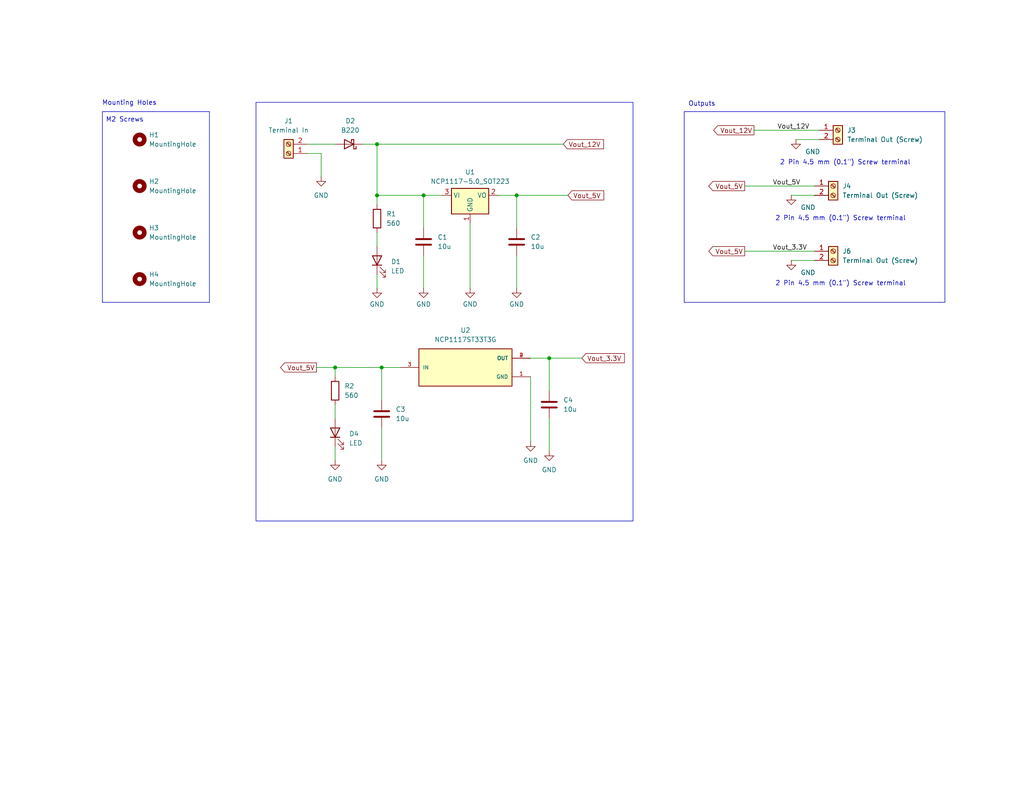
<source format=kicad_sch>
(kicad_sch (version 20231120) (generator "eeschema") (generator_version "8.0")
  (paper "USLetter")
  (title_block (title "VoltageRegulator.kidcad_sch") (rev "tbd") (company "Oregon State University") (comment 1 "Author: Andrew Gondoputro"))
  (lib_symbols
    (symbol "Connector:Screw_Terminal_01x02" (pin_names (offset 1.016) hide)
      (property "Reference" "J" (at 0 2.54 0))
      (property "Value" "Screw_Terminal_01x02" (at 0 -5.08 0))
      (symbol "Screw_Terminal_01x02_1_1"
        (rectangle (start -1.27 1.27) (end 1.27 -3.81) (stroke (width 0.254)) (fill (type background)))
        (circle (center 0 -2.54) (radius 0.635) (stroke (width 0.1524)))
        (polyline (pts (xy -0.5334 -2.2098) (xy 0.3302 -3.048)) (stroke (width 0.1524)))
        (polyline (pts (xy -0.5334 0.3302) (xy 0.3302 -0.508)) (stroke (width 0.1524)))
        (polyline (pts (xy -0.3556 -2.032) (xy 0.508 -2.8702)) (stroke (width 0.1524)))
        (polyline (pts (xy -0.3556 0.508) (xy 0.508 -0.3302)) (stroke (width 0.1524)))
        (circle (center 0 0) (radius 0.635) (stroke (width 0.1524)))
        (pin passive line (at -5.08 0 0) (length 3.81) (name "Pin_1") (number "1"))
        (pin passive line (at -5.08 -2.54 0) (length 3.81) (name "Pin_2") (number "2"))
      )
    )
    (symbol "Device:C" (pin_numbers hide) (pin_names (offset 0.254))
      (property "Reference" "C" (at 0.635 2.54 0))
      (property "Value" "C" (at 0.635 -2.54 0))
      (symbol "C_0_1"
        (polyline (pts (xy -2.032 -0.762) (xy 2.032 -0.762)) (stroke (width 0.508)))
        (polyline (pts (xy -2.032 0.762) (xy 2.032 0.762)) (stroke (width 0.508)))
      )
      (symbol "C_1_1"
        (pin passive line (at 0 3.81 270) (length 2.794) (name "~") (number "1"))
        (pin passive line (at 0 -3.81 90) (length 2.794) (name "~") (number "2"))
      )
    )
    (symbol "Device:D_Schottky" (pin_numbers hide) (pin_names (offset 1.016) hide)
      (property "Reference" "D" (at 0 2.54 0))
      (property "Value" "D_Schottky" (at 0 -2.54 0))
      (symbol "D_Schottky_0_1"
        (polyline (pts (xy 1.27 0) (xy -1.27 0)))
        (polyline (pts (xy 1.27 1.27) (xy 1.27 -1.27) (xy -1.27 0) (xy 1.27 1.27)) (stroke (width 0.254)))
        (polyline (pts (xy -1.905 0.635) (xy -1.905 1.27) (xy -1.27 1.27) (xy -1.27 -1.27) (xy -0.635 -1.27) (xy -0.635 -0.635)) (stroke (width 0.254)))
      )
      (symbol "D_Schottky_1_1"
        (pin passive line (at -3.81 0 0) (length 2.54) (name "K") (number "1"))
        (pin passive line (at 3.81 0 180) (length 2.54) (name "A") (number "2"))
      )
    )
    (symbol "Device:LED" (pin_numbers hide) (pin_names (offset 1.016) hide)
      (property "Reference" "D" (at 0 2.54 0))
      (property "Value" "LED" (at 0 -2.54 0))
      (symbol "LED_0_1"
        (polyline (pts (xy -1.27 -1.27) (xy -1.27 1.27)) (stroke (width 0.254)))
        (polyline (pts (xy -1.27 0) (xy 1.27 0)))
        (polyline (pts (xy 1.27 -1.27) (xy 1.27 1.27) (xy -1.27 0) (xy 1.27 -1.27)) (stroke (width 0.254)))
        (polyline (pts (xy -3.048 -0.762) (xy -4.572 -2.286) (xy -3.81 -2.286) (xy -4.572 -2.286) (xy -4.572 -1.524)))
        (polyline (pts (xy -1.778 -0.762) (xy -3.302 -2.286) (xy -2.54 -2.286) (xy -3.302 -2.286) (xy -3.302 -1.524)))
      )
      (symbol "LED_1_1"
        (pin passive line (at -3.81 0 0) (length 2.54) (name "K") (number "1"))
        (pin passive line (at 3.81 0 180) (length 2.54) (name "A") (number "2"))
      )
    )
    (symbol "Device:R" (pin_numbers hide) (pin_names (offset 0))
      (property "Reference" "R" (at 2.032 0 90))
      (property "Value" "R" (at 0 0 90))
      (symbol "R_0_1"
        (rectangle (start -1.016 -2.54) (end 1.016 2.54) (stroke (width 0.254)))
      )
      (symbol "R_1_1"
        (pin passive line (at 0 3.81 270) (length 1.27) (name "~") (number "1"))
        (pin passive line (at 0 -3.81 90) (length 1.27) (name "~") (number "2"))
      )
    )
    (symbol "Mechanical:MountingHole" (pin_names (offset 1.016)) (exclude_from_sim yes) (in_bom no)
      (property "Reference" "H" (at 0 5.08 0))
      (property "Value" "MountingHole" (at 0 3.175 0))
      (symbol "MountingHole_0_1"
        (circle (center 0 0) (radius 1.27) (stroke (width 1.27)))
      )
    )
    (symbol "NCP1117ST33T3G:NCP1117ST33T3G" (pin_names (offset 1.016))
      (property "Reference" "U" (at -10.1626 7.622 0))
      (property "Value" "NCP1117ST33T3G" (at -12.7115 -7.6269 0))
      (symbol "NCP1117ST33T3G_0_0"
        (rectangle (start -12.7 -5.08) (end 12.7 5.08) (stroke (width 0.254)) (fill (type background)))
        (pin power_in line (at 17.78 -2.54 180) (length 5.08) (name "GND") (number "1"))
        (pin output line (at 17.78 2.54 180) (length 5.08) (name "OUT") (number "2"))
        (pin input line (at -17.78 0 0) (length 5.08) (name "IN") (number "3"))
        (pin output line (at 17.78 2.54 180) (length 5.08) (name "OUT") (number "4"))
      )
    )
    (symbol "Regulator_Linear:NCP1117-5.0_SOT223"
      (property "Reference" "U" (at -3.81 3.175 0))
      (property "Value" "NCP1117-5.0_SOT223" (at 0 3.175 0))
      (symbol "NCP1117-5.0_SOT223_0_1"
        (rectangle (start -5.08 -5.08) (end 5.08 1.905) (stroke (width 0.254)) (fill (type background)))
      )
      (symbol "NCP1117-5.0_SOT223_1_1"
        (pin power_in line (at 0 -7.62 90) (length 2.54) (name "GND") (number "1"))
        (pin power_out line (at 7.62 0 180) (length 2.54) (name "VO") (number "2"))
        (pin power_in line (at -7.62 0 0) (length 2.54) (name "VI") (number "3"))
      )
    )
    (symbol "power:GND" (power) (pin_numbers hide) (pin_names (offset 0) hide)
      (property "Value" "GND" (at 0 -3.81 0))
      (symbol "GND_0_1"
        (polyline (pts (xy 0 0) (xy 0 -1.27) (xy 1.27 -1.27) (xy 0 -2.54) (xy -1.27 -1.27) (xy 0 -1.27)))
      )
      (symbol "GND_1_1"
        (pin power_in line (at 0 0 270) (length 0) (name "~") (number "1"))
      )
    )
  )
  (junction (at 115.57 53.34))
  (junction (at 102.87 39.37))
  (junction (at 91.44 100.33))
  (junction (at 104.14 100.33))
  (junction (at 102.87 53.34))
  (junction (at 140.97 53.34))
  (junction (at 149.86 97.79))
  (wire (pts (xy 149.86 97.79) (xy 149.86 106.68)))
  (wire (pts (xy 99.06 39.37) (xy 102.87 39.37)))
  (wire (pts (xy 91.44 121.92) (xy 91.44 125.73)))
  (wire (pts (xy 115.57 53.34) (xy 120.65 53.34)))
  (wire (pts (xy 115.57 53.34) (xy 115.57 62.23)))
  (polyline (pts (xy 27.94 30.48) (xy 27.94 82.55)))
  (wire (pts (xy 144.78 97.79) (xy 149.86 97.79)))
  (wire (pts (xy 91.44 100.33) (xy 91.44 102.87)))
  (wire (pts (xy 140.97 53.34) (xy 154.94 53.34)))
  (wire (pts (xy 104.14 100.33) (xy 104.14 109.22)))
  (wire (pts (xy 217.17 38.1) (xy 223.52 38.1)))
  (wire (pts (xy 87.63 41.91) (xy 87.63 48.26)))
  (wire (pts (xy 215.9 71.12) (xy 222.25 71.12)))
  (wire (pts (xy 83.82 39.37) (xy 91.44 39.37)))
  (wire (pts (xy 135.89 53.34) (xy 140.97 53.34)))
  (wire (pts (xy 102.87 53.34) (xy 115.57 53.34)))
  (wire (pts (xy 140.97 69.85) (xy 140.97 78.74)))
  (wire (pts (xy 102.87 63.5) (xy 102.87 67.31)))
  (wire (pts (xy 140.97 53.34) (xy 140.97 62.23)))
  (wire (pts (xy 205.74 35.56) (xy 223.52 35.56)))
  (wire (pts (xy 128.27 60.96) (xy 128.27 78.74)))
  (wire (pts (xy 115.57 69.85) (xy 115.57 78.74)))
  (wire (pts (xy 203.2 50.8) (xy 222.25 50.8)))
  (polyline (pts (xy 57.15 82.55) (xy 57.15 30.48)))
  (wire (pts (xy 91.44 110.49) (xy 91.44 114.3)))
  (wire (pts (xy 144.78 102.87) (xy 144.78 120.65)))
  (wire (pts (xy 102.87 53.34) (xy 102.87 55.88)))
  (wire (pts (xy 102.87 39.37) (xy 102.87 53.34)))
  (wire (pts (xy 91.44 100.33) (xy 104.14 100.33)))
  (wire (pts (xy 83.82 41.91) (xy 87.63 41.91)))
  (wire (pts (xy 86.36 100.33) (xy 91.44 100.33)))
  (wire (pts (xy 149.86 114.3) (xy 149.86 123.19)))
  (wire (pts (xy 215.9 53.34) (xy 222.25 53.34)))
  (wire (pts (xy 102.87 39.37) (xy 153.67 39.37)))
  (wire (pts (xy 102.87 74.93) (xy 102.87 78.74)))
  (polyline (pts (xy 27.94 82.55) (xy 57.15 82.55)))
  (wire (pts (xy 203.2 68.58) (xy 222.25 68.58)))
  (wire (pts (xy 149.86 97.79) (xy 158.75 97.79)))
  (wire (pts (xy 104.14 100.33) (xy 109.22 100.33)))
  (wire (pts (xy 104.14 116.84) (xy 104.14 125.73)))
  (polyline (pts (xy 27.94 30.48) (xy 57.15 30.48)))
  (rectangle (start 186.69 30.48) (end 257.81 82.55))
  (rectangle (start 69.85 27.94) (end 172.72 142.24))
  (rectangle (start 256.54 82.55) (end 256.54 82.55))
  (text "Outputs\n" (at 191.516 28.448 0) (effects (font (size 1.27 1.27))))
  (text "2 Pin 4.5 mm (0.1\") Screw terminal\n" (at 229.362 77.47 0) (effects (font (size 1.27 1.27))))
  (text "Mounting Holes\n" (at 35.306 28.194 0) (effects (font (size 1.27 1.27))))
  (text "2 Pin 4.5 mm (0.1\") Screw terminal\n" (at 230.632 44.45 0) (effects (font (size 1.27 1.27))))
  (text "M2 Screws\n" (at 34.036 32.766 0) (effects (font (size 1.27 1.27))))
  (text "2 Pin 4.5 mm (0.1\") Screw terminal\n" (at 229.362 59.69 0) (effects (font (size 1.27 1.27))))
  (label "Vout_5V" (at 210.82 50.8 0))
  (label "Vout_3.3V" (at 210.82 68.58 0))
  (label "Vout_12V" (at 212.09 35.56 0))
  (global_label "Vout_12V" (shape input) (at 153.67 39.37 0) (property "Intersheetrefs" "${INTERSHEET_REFS}" (effects (hide yes))))
  (global_label "Vout_5V" (shape output) (at 86.36 100.33 180) (property "Intersheetrefs" "${INTERSHEET_REFS}" (effects (hide yes))))
  (global_label "Vout_5V" (shape output) (at 203.2 50.8 180) (property "Intersheetrefs" "${INTERSHEET_REFS}" (effects (hide yes))))
  (global_label "Vout_3.3V" (shape input) (at 158.75 97.79 0) (property "Intersheetrefs" "${INTERSHEET_REFS}" (effects (hide yes))))
  (global_label "Vout_5V" (shape output) (at 203.2 68.58 180) (property "Intersheetrefs" "${INTERSHEET_REFS}" (effects (hide yes))))
  (global_label "Vout_12V" (shape output) (at 205.74 35.56 180) (property "Intersheetrefs" "${INTERSHEET_REFS}" (effects (hide yes))))
  (global_label "Vout_5V" (shape input) (at 154.94 53.34 0) (property "Intersheetrefs" "${INTERSHEET_REFS}" (effects (hide yes))))
  (symbol (lib_id "Device:R") (at 102.87 59.69 0) (unit 1)
    (property "Reference" "R1" (at 105.41 58.4199 0) (effects (justify left)))
    (property "Value" "560" (at 105.41 60.9599 0) (effects (justify left)))
    (property "Footprint" "Resistor_SMD:R_0805_2012Metric" (effects (hide yes)))
    (property "Description" "Resistor" (effects (hide yes)))
  )
  (symbol (lib_id "power:GND") (at 102.87 78.74 0) (unit 1)
    (property "Reference" "#PWR01" (effects (hide yes)))
    (property "Value" "GND" (at 102.87 83.058 0))
    (property "Description" "Power symbol creates a global label with name \"GND\" , ground" (effects (hide yes)))
  )
  (symbol (lib_id "Device:D_Schottky") (at 95.25 39.37 180) (unit 1)
    (property "Reference" "D2" (at 95.5675 33.02 0))
    (property "Value" "B220" (at 95.5675 35.56 0))
    (property "Footprint" "Diode_SMD:D_SMA" (effects (hide yes)))
    (property "Description" "Schottky diode" (effects (hide yes)))
  )
  (symbol (lib_id "Device:LED") (at 91.44 118.11 90) (unit 1)
    (property "Reference" "D4" (at 95.25 118.4274 90) (effects (justify right)))
    (property "Value" "LED" (at 95.25 120.9674 90) (effects (justify right)))
    (property "Footprint" "LED_SMD:LED_0603_1608Metric" (effects (hide yes)))
    (property "Description" "Light emitting diode" (effects (hide yes)))
  )
  (symbol (lib_id "Device:C") (at 140.97 66.04 0) (unit 1)
    (property "Reference" "C2" (at 144.78 64.7699 0) (effects (justify left)))
    (property "Value" "10u" (at 144.78 67.3099 0) (effects (justify left)))
    (property "Footprint" "Capacitor_SMD:C_1206_3216Metric" (effects (hide yes)))
    (property "Description" "Unpolarized capacitor" (effects (hide yes)))
  )
  (symbol (lib_id "Regulator_Linear:NCP1117-5.0_SOT223") (at 128.27 53.34 0) (unit 1)
    (property "Reference" "U1" (at 128.27 46.99 0))
    (property "Value" "NCP1117-5.0_SOT223" (at 128.27 49.53 0))
    (property "Footprint" "Package_TO_SOT_SMD:SOT-223-3_TabPin2" (effects (hide yes)))
    (property "Datasheet" "http://www.onsemi.com/pub_link/Collateral/NCP1117-D.PDF" (effects (hide yes)))
    (property "Description" "1A Low drop-out regulator, Fixed Output 5V, SOT-223" (effects (hide yes)))
    (property "Sim.Library" "ncp1117_library.lib" (effects (hide yes)))
    (property "Sim.Name" "ncp1117_50-x" (effects (hide yes)))
    (property "Sim.Device" "SUBCKT" (effects (hide yes)))
    (property "Sim.Pins" "1=2 2=1 3=3" (effects (hide yes)))
  )
  (symbol (lib_id "Mechanical:MountingHole") (at 38.1 76.2 0) (unit 1) (exclude_from_sim yes) (in_bom no)
    (property "Reference" "H4" (at 40.64 74.9299 0) (effects (justify left)))
    (property "Value" "MountingHole" (at 40.64 77.4699 0) (effects (justify left)))
    (property "Footprint" "MountingHole:MountingHole_2.2mm_M2" (effects (hide yes)))
    (property "Description" "Mounting Hole without connection" (effects (hide yes)))
  )
  (symbol (lib_id "Mechanical:MountingHole") (at 38.1 50.8 0) (unit 1) (exclude_from_sim yes) (in_bom no)
    (property "Reference" "H2" (at 40.64 49.5299 0) (effects (justify left)))
    (property "Value" "MountingHole" (at 40.64 52.0699 0) (effects (justify left)))
    (property "Footprint" "MountingHole:MountingHole_2.2mm_M2" (effects (hide yes)))
    (property "Description" "Mounting Hole without connection" (effects (hide yes)))
  )
  (symbol (lib_id "power:GND") (at 144.78 120.65 0) (unit 1)
    (property "Reference" "#PWR014" (effects (hide yes)))
    (property "Value" "GND" (at 144.78 125.73 0))
    (property "Description" "Power symbol creates a global label with name \"GND\" , ground" (effects (hide yes)))
  )
  (symbol (lib_id "Device:C") (at 115.57 66.04 0) (unit 1)
    (property "Reference" "C1" (at 119.38 64.7699 0) (effects (justify left)))
    (property "Value" "10u" (at 119.38 67.3099 0) (effects (justify left)))
    (property "Footprint" "Capacitor_SMD:C_1206_3216Metric" (effects (hide yes)))
    (property "Description" "Unpolarized capacitor" (effects (hide yes)))
  )
  (symbol (lib_id "power:GND") (at 215.9 53.34 0) (unit 1)
    (property "Reference" "#PWR08" (effects (hide yes)))
    (property "Value" "GND" (at 220.472 56.642 0))
    (property "Description" "Power symbol creates a global label with name \"GND\" , ground" (effects (hide yes)))
  )
  (symbol (lib_id "Mechanical:MountingHole") (at 38.1 63.5 0) (unit 1) (exclude_from_sim yes) (in_bom no)
    (property "Reference" "H3" (at 40.64 62.2299 0) (effects (justify left)))
    (property "Value" "MountingHole" (at 40.64 64.7699 0) (effects (justify left)))
    (property "Footprint" "MountingHole:MountingHole_2.2mm_M2" (effects (hide yes)))
    (property "Description" "Mounting Hole without connection" (effects (hide yes)))
  )
  (symbol (lib_id "power:GND") (at 87.63 48.26 0) (unit 1)
    (property "Reference" "#PWR05" (effects (hide yes)))
    (property "Value" "GND" (at 87.63 53.34 0))
    (property "Description" "Power symbol creates a global label with name \"GND\" , ground" (effects (hide yes)))
  )
  (symbol (lib_id "Connector:Screw_Terminal_01x02") (at 228.6 35.56 0) (unit 1)
    (property "Reference" "J3" (at 231.14 35.5599 0) (effects (justify left)))
    (property "Value" "Terminal Out (Screw)" (at 231.14 38.0999 0) (effects (justify left)))
    (property "Footprint" "TerminalBlock_TE-Connectivity:TerminalBlock_TE_282834-2_1x02_P2.54mm_Horizontal" (effects (hide yes)))
    (property "Description" "Generic screw terminal, single row, 01x02, script generated (kicad-library-utils/schlib/autogen/connector/)" (effects (hide yes)))
  )
  (symbol (lib_id "power:GND") (at 140.97 78.74 0) (unit 1)
    (property "Reference" "#PWR04" (effects (hide yes)))
    (property "Value" "GND" (at 140.97 83.058 0))
    (property "Description" "Power symbol creates a global label with name \"GND\" , ground" (effects (hide yes)))
  )
  (symbol (lib_id "Device:C") (at 104.14 113.03 0) (unit 1)
    (property "Reference" "C3" (at 107.95 111.7599 0) (effects (justify left)))
    (property "Value" "10u" (at 107.95 114.2999 0) (effects (justify left)))
    (property "Footprint" "Capacitor_SMD:C_1206_3216Metric" (effects (hide yes)))
    (property "Description" "Unpolarized capacitor" (effects (hide yes)))
  )
  (symbol (lib_id "power:GND") (at 217.17 38.1 0) (unit 1)
    (property "Reference" "#PWR06" (effects (hide yes)))
    (property "Value" "GND" (at 221.742 41.402 0))
    (property "Description" "Power symbol creates a global label with name \"GND\" , ground" (effects (hide yes)))
  )
  (symbol (lib_id "power:GND") (at 149.86 123.19 0) (unit 1)
    (property "Reference" "#PWR015" (effects (hide yes)))
    (property "Value" "GND" (at 149.86 128.27 0))
    (property "Description" "Power symbol creates a global label with name \"GND\" , ground" (effects (hide yes)))
  )
  (symbol (lib_id "Device:R") (at 91.44 106.68 0) (unit 1)
    (property "Reference" "R2" (at 93.98 105.4099 0) (effects (justify left)))
    (property "Value" "560" (at 93.98 107.9499 0) (effects (justify left)))
    (property "Footprint" "Resistor_SMD:R_0805_2012Metric" (effects (hide yes)))
    (property "Description" "Resistor" (effects (hide yes)))
  )
  (symbol (lib_id "NCP1117ST33T3G:NCP1117ST33T3G") (at 127 100.33 0) (unit 1)
    (property "Reference" "U2" (at 127 90.17 0))
    (property "Value" "NCP1117ST33T3G" (at 127 92.71 0))
    (property "Footprint" "NCP1117ST33T3G:SOT230P700X180-4N" (effects (hide yes)))
    (property "MF" "ON Semiconductor" (effects (hide yes)))
    (property "Description_1" "\n                        \n                            Linear Voltage Regulator IC Positive Fixed 1 Output  1A SOT-223\n                        \n" (effects (hide yes)))
    (property "Package" "SOT-223-4 ON Semiconductor" (effects (hide yes)))
    (property "Price" "None" (effects (hide yes)))
    (property "Check_prices" "https://www.snapeda.com/parts/NCP1117ST33T3G/Onsemi/view-part/?ref=eda" (effects (hide yes)))
    (property "SnapEDA_Link" "https://www.snapeda.com/parts/NCP1117ST33T3G/Onsemi/view-part/?ref=snap" (effects (hide yes)))
    (property "MP" "NCP1117ST33T3G" (effects (hide yes)))
    (property "Availability" "In Stock" (effects (hide yes)))
    (property "MANUFACTURER" "ON Semiconductor" (effects (hide yes)))
  )
  (symbol (lib_id "Mechanical:MountingHole") (at 38.1 38.1 0) (unit 1) (exclude_from_sim yes) (in_bom no)
    (property "Reference" "H1" (at 40.64 36.8299 0) (effects (justify left)))
    (property "Value" "MountingHole" (at 40.64 39.3699 0) (effects (justify left)))
    (property "Footprint" "MountingHole:MountingHole_2.2mm_M2" (effects (hide yes)))
    (property "Description" "Mounting Hole without connection" (effects (hide yes)))
  )
  (symbol (lib_id "power:GND") (at 91.44 125.73 0) (unit 1)
    (property "Reference" "#PWR012" (effects (hide yes)))
    (property "Value" "GND" (at 91.44 130.81 0))
    (property "Description" "Power symbol creates a global label with name \"GND\" , ground" (effects (hide yes)))
  )
  (symbol (lib_id "power:GND") (at 128.27 78.74 0) (unit 1)
    (property "Reference" "#PWR03" (effects (hide yes)))
    (property "Value" "GND" (at 128.27 83.058 0))
    (property "Description" "Power symbol creates a global label with name \"GND\" , ground" (effects (hide yes)))
  )
  (symbol (lib_id "Connector:Screw_Terminal_01x02") (at 227.33 50.8 0) (unit 1)
    (property "Reference" "J4" (at 229.87 50.7999 0) (effects (justify left)))
    (property "Value" "Terminal Out (Screw)" (at 229.87 53.3399 0) (effects (justify left)))
    (property "Footprint" "TerminalBlock_TE-Connectivity:TerminalBlock_TE_282834-2_1x02_P2.54mm_Horizontal" (effects (hide yes)))
    (property "Description" "Generic screw terminal, single row, 01x02, script generated (kicad-library-utils/schlib/autogen/connector/)" (effects (hide yes)))
  )
  (symbol (lib_id "Connector:Screw_Terminal_01x02") (at 227.33 68.58 0) (unit 1)
    (property "Reference" "J6" (at 229.87 68.5799 0) (effects (justify left)))
    (property "Value" "Terminal Out (Screw)" (at 229.87 71.1199 0) (effects (justify left)))
    (property "Footprint" "TerminalBlock_TE-Connectivity:TerminalBlock_TE_282834-2_1x02_P2.54mm_Horizontal" (effects (hide yes)))
    (property "Description" "Generic screw terminal, single row, 01x02, script generated (kicad-library-utils/schlib/autogen/connector/)" (effects (hide yes)))
  )
  (symbol (lib_id "power:GND") (at 215.9 71.12 0) (unit 1)
    (property "Reference" "#PWR010" (effects (hide yes)))
    (property "Value" "GND" (at 220.472 74.422 0))
    (property "Description" "Power symbol creates a global label with name \"GND\" , ground" (effects (hide yes)))
  )
  (symbol (lib_id "Connector:Screw_Terminal_01x02") (at 78.74 41.91 180) (unit 1)
    (property "Reference" "J1" (at 78.74 33.02 0))
    (property "Value" "Terminal In" (at 78.74 35.56 0))
    (property "Footprint" "TerminalBlock_TE-Connectivity:TerminalBlock_TE_282834-2_1x02_P2.54mm_Horizontal" (effects (hide yes)))
    (property "Description" "Generic screw terminal, single row, 01x02, script generated (kicad-library-utils/schlib/autogen/connector/)" (effects (hide yes)))
  )
  (symbol (lib_id "Device:C") (at 149.86 110.49 0) (unit 1)
    (property "Reference" "C4" (at 153.67 109.2199 0) (effects (justify left)))
    (property "Value" "10u" (at 153.67 111.7599 0) (effects (justify left)))
    (property "Footprint" "Capacitor_SMD:C_1206_3216Metric" (effects (hide yes)))
    (property "Description" "Unpolarized capacitor" (effects (hide yes)))
  )
  (symbol (lib_id "power:GND") (at 115.57 78.74 0) (unit 1)
    (property "Reference" "#PWR02" (effects (hide yes)))
    (property "Value" "GND" (at 115.57 83.058 0))
    (property "Description" "Power symbol creates a global label with name \"GND\" , ground" (effects (hide yes)))
  )
  (symbol (lib_id "Device:LED") (at 102.87 71.12 90) (unit 1)
    (property "Reference" "D1" (at 106.68 71.4374 90) (effects (justify right)))
    (property "Value" "LED" (at 106.68 73.9774 90) (effects (justify right)))
    (property "Footprint" "LED_SMD:LED_0603_1608Metric" (effects (hide yes)))
    (property "Description" "Light emitting diode" (effects (hide yes)))
  )
  (symbol (lib_id "power:GND") (at 104.14 125.73 0) (unit 1)
    (property "Reference" "#PWR013" (effects (hide yes)))
    (property "Value" "GND" (at 104.14 130.81 0))
    (property "Description" "Power symbol creates a global label with name \"GND\" , ground" (effects (hide yes)))
  )
)
</source>
